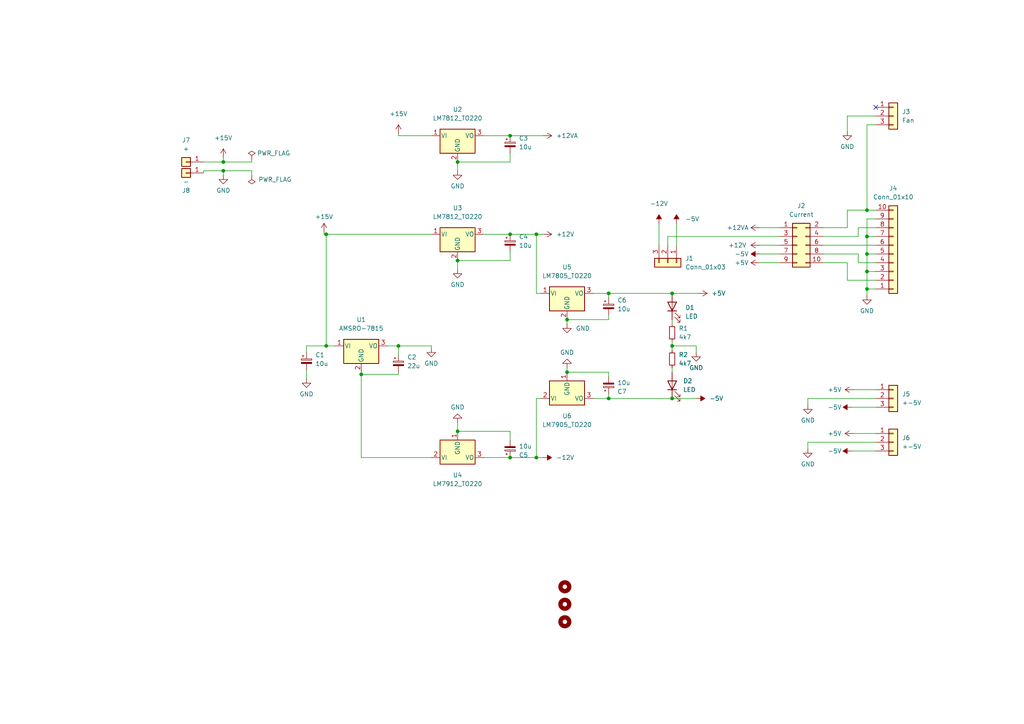
<source format=kicad_sch>
(kicad_sch (version 20230121) (generator eeschema)
  (paper "A4")
  (title_block (title "EL-Load-Simple-Power v${VERSION}"))
  (lib_symbols
    (symbol "Connector_Generic:Conn_01x01" (pin_names (offset 1.016) hide)
      (property "Reference" "J" (at 0 2.54 0))
      (property "Value" "Conn_01x01" (at 0 -2.54 0))
      (symbol "Conn_01x01_1_1"
        (rectangle (start -1.27 0.127) (end 0 -0.127) (stroke (width 0.1524)))
        (rectangle (start -1.27 1.27) (end 1.27 -1.27) (stroke (width 0.254)) (fill (type background)))
        (pin passive line (at -5.08 0 0) (length 3.81) (name "Pin_1") (number "1"))
      )
    )
    (symbol "Connector_Generic:Conn_01x03" (pin_names (offset 1.016) hide)
      (property "Reference" "J" (at 0 5.08 0))
      (property "Value" "Conn_01x03" (at 0 -5.08 0))
      (symbol "Conn_01x03_1_1"
        (rectangle (start -1.27 -2.413) (end 0 -2.667) (stroke (width 0.1524)))
        (rectangle (start -1.27 0.127) (end 0 -0.127) (stroke (width 0.1524)))
        (rectangle (start -1.27 2.667) (end 0 2.413) (stroke (width 0.1524)))
        (rectangle (start -1.27 3.81) (end 1.27 -3.81) (stroke (width 0.254)) (fill (type background)))
        (pin passive line (at -5.08 2.54 0) (length 3.81) (name "Pin_1") (number "1"))
        (pin passive line (at -5.08 0 0) (length 3.81) (name "Pin_2") (number "2"))
        (pin passive line (at -5.08 -2.54 0) (length 3.81) (name "Pin_3") (number "3"))
      )
    )
    (symbol "Connector_Generic:Conn_01x10" (pin_names (offset 1.016) hide)
      (property "Reference" "J" (at 0 12.7 0))
      (property "Value" "Conn_01x10" (at 0 -15.24 0))
      (symbol "Conn_01x10_1_1"
        (rectangle (start -1.27 -12.573) (end 0 -12.827) (stroke (width 0.1524)))
        (rectangle (start -1.27 -10.033) (end 0 -10.287) (stroke (width 0.1524)))
        (rectangle (start -1.27 -7.493) (end 0 -7.747) (stroke (width 0.1524)))
        (rectangle (start -1.27 -4.953) (end 0 -5.207) (stroke (width 0.1524)))
        (rectangle (start -1.27 -2.413) (end 0 -2.667) (stroke (width 0.1524)))
        (rectangle (start -1.27 0.127) (end 0 -0.127) (stroke (width 0.1524)))
        (rectangle (start -1.27 2.667) (end 0 2.413) (stroke (width 0.1524)))
        (rectangle (start -1.27 5.207) (end 0 4.953) (stroke (width 0.1524)))
        (rectangle (start -1.27 7.747) (end 0 7.493) (stroke (width 0.1524)))
        (rectangle (start -1.27 10.287) (end 0 10.033) (stroke (width 0.1524)))
        (rectangle (start -1.27 11.43) (end 1.27 -13.97) (stroke (width 0.254)) (fill (type background)))
        (pin passive line (at -5.08 10.16 0) (length 3.81) (name "Pin_1") (number "1"))
        (pin passive line (at -5.08 -12.7 0) (length 3.81) (name "Pin_10") (number "10"))
        (pin passive line (at -5.08 7.62 0) (length 3.81) (name "Pin_2") (number "2"))
        (pin passive line (at -5.08 5.08 0) (length 3.81) (name "Pin_3") (number "3"))
        (pin passive line (at -5.08 2.54 0) (length 3.81) (name "Pin_4") (number "4"))
        (pin passive line (at -5.08 0 0) (length 3.81) (name "Pin_5") (number "5"))
        (pin passive line (at -5.08 -2.54 0) (length 3.81) (name "Pin_6") (number "6"))
        (pin passive line (at -5.08 -5.08 0) (length 3.81) (name "Pin_7") (number "7"))
        (pin passive line (at -5.08 -7.62 0) (length 3.81) (name "Pin_8") (number "8"))
        (pin passive line (at -5.08 -10.16 0) (length 3.81) (name "Pin_9") (number "9"))
      )
    )
    (symbol "Connector_Generic:Conn_02x05_Odd_Even" (pin_names (offset 1.016) hide)
      (property "Reference" "J" (at 1.27 7.62 0))
      (property "Value" "Conn_02x05_Odd_Even" (at 1.27 -7.62 0))
      (symbol "Conn_02x05_Odd_Even_1_1"
        (rectangle (start -1.27 -4.953) (end 0 -5.207) (stroke (width 0.1524)))
        (rectangle (start -1.27 -2.413) (end 0 -2.667) (stroke (width 0.1524)))
        (rectangle (start -1.27 0.127) (end 0 -0.127) (stroke (width 0.1524)))
        (rectangle (start -1.27 2.667) (end 0 2.413) (stroke (width 0.1524)))
        (rectangle (start -1.27 5.207) (end 0 4.953) (stroke (width 0.1524)))
        (rectangle (start -1.27 6.35) (end 3.81 -6.35) (stroke (width 0.254)) (fill (type background)))
        (rectangle (start 3.81 -4.953) (end 2.54 -5.207) (stroke (width 0.1524)))
        (rectangle (start 3.81 -2.413) (end 2.54 -2.667) (stroke (width 0.1524)))
        (rectangle (start 3.81 0.127) (end 2.54 -0.127) (stroke (width 0.1524)))
        (rectangle (start 3.81 2.667) (end 2.54 2.413) (stroke (width 0.1524)))
        (rectangle (start 3.81 5.207) (end 2.54 4.953) (stroke (width 0.1524)))
        (pin passive line (at -5.08 5.08 0) (length 3.81) (name "Pin_1") (number "1"))
        (pin passive line (at 7.62 -5.08 180) (length 3.81) (name "Pin_10") (number "10"))
        (pin passive line (at 7.62 5.08 180) (length 3.81) (name "Pin_2") (number "2"))
        (pin passive line (at -5.08 2.54 0) (length 3.81) (name "Pin_3") (number "3"))
        (pin passive line (at 7.62 2.54 180) (length 3.81) (name "Pin_4") (number "4"))
        (pin passive line (at -5.08 0 0) (length 3.81) (name "Pin_5") (number "5"))
        (pin passive line (at 7.62 0 180) (length 3.81) (name "Pin_6") (number "6"))
        (pin passive line (at -5.08 -2.54 0) (length 3.81) (name "Pin_7") (number "7"))
        (pin passive line (at 7.62 -2.54 180) (length 3.81) (name "Pin_8") (number "8"))
        (pin passive line (at -5.08 -5.08 0) (length 3.81) (name "Pin_9") (number "9"))
      )
    )
    (symbol "Device:C_Polarized_Small" (pin_numbers hide) (pin_names (offset 0.254) hide)
      (property "Reference" "C" (at 0.254 1.778 0))
      (property "Value" "C_Polarized_Small" (at 0.254 -2.032 0))
      (symbol "C_Polarized_Small_0_1"
        (rectangle (start -1.524 -0.3048) (end 1.524 -0.6858) (fill (type outline)))
        (rectangle (start -1.524 0.6858) (end 1.524 0.3048))
        (polyline (pts (xy -1.27 1.524) (xy -0.762 1.524)))
        (polyline (pts (xy -1.016 1.27) (xy -1.016 1.778)))
      )
      (symbol "C_Polarized_Small_1_1"
        (pin passive line (at 0 2.54 270) (length 1.8542) (name "~") (number "1"))
        (pin passive line (at 0 -2.54 90) (length 1.8542) (name "~") (number "2"))
      )
    )
    (symbol "Device:LED" (pin_numbers hide) (pin_names (offset 1.016) hide)
      (property "Reference" "D" (at 0 2.54 0))
      (property "Value" "LED" (at 0 -2.54 0))
      (symbol "LED_0_1"
        (polyline (pts (xy -1.27 -1.27) (xy -1.27 1.27)) (stroke (width 0.254)))
        (polyline (pts (xy -1.27 0) (xy 1.27 0)))
        (polyline (pts (xy 1.27 -1.27) (xy 1.27 1.27) (xy -1.27 0) (xy 1.27 -1.27)) (stroke (width 0.254)))
        (polyline (pts (xy -3.048 -0.762) (xy -4.572 -2.286) (xy -3.81 -2.286) (xy -4.572 -2.286) (xy -4.572 -1.524)))
        (polyline (pts (xy -1.778 -0.762) (xy -3.302 -2.286) (xy -2.54 -2.286) (xy -3.302 -2.286) (xy -3.302 -1.524)))
      )
      (symbol "LED_1_1"
        (pin passive line (at -3.81 0 0) (length 2.54) (name "K") (number "1"))
        (pin passive line (at 3.81 0 180) (length 2.54) (name "A") (number "2"))
      )
    )
    (symbol "Device:R_Small" (pin_numbers hide) (pin_names (offset 0.254) hide)
      (property "Reference" "R" (at 0.762 0.508 0))
      (property "Value" "R_Small" (at 0.762 -1.016 0))
      (symbol "R_Small_0_1"
        (rectangle (start -0.762 1.778) (end 0.762 -1.778) (stroke (width 0.2032)))
      )
      (symbol "R_Small_1_1"
        (pin passive line (at 0 2.54 270) (length 0.762) (name "~") (number "1"))
        (pin passive line (at 0 -2.54 90) (length 0.762) (name "~") (number "2"))
      )
    )
    (symbol "Mechanical:MountingHole" (pin_names (offset 1.016))
      (property "Reference" "H" (at 0 5.08 0))
      (property "Value" "MountingHole" (at 0 3.175 0))
      (symbol "MountingHole_0_1"
        (circle (center 0 0) (radius 1.27) (stroke (width 1.27)))
      )
    )
    (symbol "Regulator_Linear:LM7805_TO220" (pin_names (offset 0.254))
      (property "Reference" "U" (at -3.81 3.175 0))
      (property "Value" "LM7805_TO220" (at 0 3.175 0))
      (symbol "LM7805_TO220_0_1"
        (rectangle (start -5.08 1.905) (end 5.08 -5.08) (stroke (width 0.254)) (fill (type background)))
      )
      (symbol "LM7805_TO220_1_1"
        (pin power_in line (at -7.62 0 0) (length 2.54) (name "VI") (number "1"))
        (pin power_in line (at 0 -7.62 90) (length 2.54) (name "GND") (number "2"))
        (pin power_out line (at 7.62 0 180) (length 2.54) (name "VO") (number "3"))
      )
    )
    (symbol "Regulator_Linear:LM7812_TO220" (pin_names (offset 0.254))
      (property "Reference" "U" (at -3.81 3.175 0))
      (property "Value" "LM7812_TO220" (at 0 3.175 0))
      (symbol "LM7812_TO220_0_1"
        (rectangle (start -5.08 1.905) (end 5.08 -5.08) (stroke (width 0.254)) (fill (type background)))
      )
      (symbol "LM7812_TO220_1_1"
        (pin power_in line (at -7.62 0 0) (length 2.54) (name "VI") (number "1"))
        (pin power_in line (at 0 -7.62 90) (length 2.54) (name "GND") (number "2"))
        (pin power_out line (at 7.62 0 180) (length 2.54) (name "VO") (number "3"))
      )
    )
    (symbol "Regulator_Linear:LM7905_TO220" (pin_names (offset 0.254))
      (property "Reference" "U" (at -3.81 -3.175 0))
      (property "Value" "LM7905_TO220" (at 0 -3.175 0))
      (symbol "LM7905_TO220_0_1"
        (rectangle (start -5.08 5.08) (end 5.08 -1.905) (stroke (width 0.254)) (fill (type background)))
      )
      (symbol "LM7905_TO220_1_1"
        (pin power_in line (at 0 7.62 270) (length 2.54) (name "GND") (number "1"))
        (pin power_in line (at -7.62 0 0) (length 2.54) (name "VI") (number "2"))
        (pin power_out line (at 7.62 0 180) (length 2.54) (name "VO") (number "3"))
      )
    )
    (symbol "Regulator_Linear:LM7912_TO220" (pin_names (offset 0.254))
      (property "Reference" "U" (at -3.81 -3.175 0))
      (property "Value" "LM7912_TO220" (at 0 -3.175 0))
      (symbol "LM7912_TO220_0_1"
        (rectangle (start -5.08 5.08) (end 5.08 -1.905) (stroke (width 0.254)) (fill (type background)))
      )
      (symbol "LM7912_TO220_1_1"
        (pin power_in line (at 0 7.62 270) (length 2.54) (name "GND") (number "1"))
        (pin power_in line (at -7.62 0 0) (length 2.54) (name "VI") (number "2"))
        (pin power_out line (at 7.62 0 180) (length 2.54) (name "VO") (number "3"))
      )
    )
    (symbol "power:+12V" (power) (pin_names (offset 0))
      (property "Value" "+12V" (at 0 3.556 0))
      (symbol "+12V_0_1"
        (polyline (pts (xy -0.762 1.27) (xy 0 2.54)))
        (polyline (pts (xy 0 0) (xy 0 2.54)))
        (polyline (pts (xy 0 2.54) (xy 0.762 1.27)))
      )
      (symbol "+12V_1_1"
        (pin power_in line (at 0 0 90) (length 0) hide (name "+12V") (number "1"))
      )
    )
    (symbol "power:+12VA" (power) (pin_names (offset 0))
      (property "Value" "+12VA" (at 0 3.556 0))
      (symbol "+12VA_0_1"
        (polyline (pts (xy -0.762 1.27) (xy 0 2.54)))
        (polyline (pts (xy 0 0) (xy 0 2.54)))
        (polyline (pts (xy 0 2.54) (xy 0.762 1.27)))
      )
      (symbol "+12VA_1_1"
        (pin power_in line (at 0 0 90) (length 0) hide (name "+12VA") (number "1"))
      )
    )
    (symbol "power:+15V" (power) (pin_names (offset 0))
      (property "Value" "+15V" (at 0 3.556 0))
      (symbol "+15V_0_1"
        (polyline (pts (xy -0.762 1.27) (xy 0 2.54)))
        (polyline (pts (xy 0 0) (xy 0 2.54)))
        (polyline (pts (xy 0 2.54) (xy 0.762 1.27)))
      )
      (symbol "+15V_1_1"
        (pin power_in line (at 0 0 90) (length 0) hide (name "+15V") (number "1"))
      )
    )
    (symbol "power:+5V" (power) (pin_names (offset 0))
      (property "Value" "+5V" (at 0 3.556 0))
      (symbol "+5V_0_1"
        (polyline (pts (xy -0.762 1.27) (xy 0 2.54)))
        (polyline (pts (xy 0 0) (xy 0 2.54)))
        (polyline (pts (xy 0 2.54) (xy 0.762 1.27)))
      )
      (symbol "+5V_1_1"
        (pin power_in line (at 0 0 90) (length 0) hide (name "+5V") (number "1"))
      )
    )
    (symbol "power:-12V" (power) (pin_names (offset 0))
      (property "Value" "-12V" (at 0 3.81 0))
      (symbol "-12V_0_0"
        (pin power_in line (at 0 0 90) (length 0) hide (name "-12V") (number "1"))
      )
      (symbol "-12V_0_1"
        (polyline (pts (xy 0 0) (xy 0 1.27) (xy 0.762 1.27) (xy 0 2.54) (xy -0.762 1.27) (xy 0 1.27)) (fill (type outline)))
      )
    )
    (symbol "power:-5V" (power) (pin_names (offset 0))
      (property "Value" "-5V" (at 0 3.81 0))
      (symbol "-5V_0_0"
        (pin power_in line (at 0 0 90) (length 0) hide (name "-5V") (number "1"))
      )
      (symbol "-5V_0_1"
        (polyline (pts (xy 0 0) (xy 0 1.27) (xy 0.762 1.27) (xy 0 2.54) (xy -0.762 1.27) (xy 0 1.27)) (fill (type outline)))
      )
    )
    (symbol "power:GND" (power) (pin_names (offset 0))
      (property "Value" "GND" (at 0 -3.81 0))
      (symbol "GND_0_1"
        (polyline (pts (xy 0 0) (xy 0 -1.27) (xy 1.27 -1.27) (xy 0 -2.54) (xy -1.27 -1.27) (xy 0 -1.27)))
      )
      (symbol "GND_1_1"
        (pin power_in line (at 0 0 270) (length 0) hide (name "GND") (number "1"))
      )
    )
    (symbol "power:PWR_FLAG" (power) (pin_numbers hide) (pin_names (offset 0) hide)
      (property "Value" "PWR_FLAG" (at 0 3.81 0))
      (symbol "PWR_FLAG_0_0"
        (pin power_out line (at 0 0 90) (length 0) (name "pwr") (number "1"))
      )
      (symbol "PWR_FLAG_0_1"
        (polyline (pts (xy 0 0) (xy 0 1.27) (xy -1.016 1.905) (xy 0 2.54) (xy 1.016 1.905) (xy 0 1.27)))
      )
    )
  )
  (junction (at 194.945 100.33))
  (junction (at 64.77 49.53))
  (junction (at 251.46 73.66))
  (junction (at 155.575 67.945))
  (junction (at 164.465 92.71))
  (junction (at 155.575 132.715))
  (junction (at 132.715 125.095))
  (junction (at 132.715 75.565))
  (junction (at 94.615 100.33))
  (junction (at 147.955 67.945))
  (junction (at 194.945 85.09))
  (junction (at 94.615 67.945))
  (junction (at 164.465 107.95))
  (junction (at 251.46 60.96))
  (junction (at 147.955 132.715))
  (junction (at 132.715 46.99))
  (junction (at 176.53 115.57))
  (junction (at 176.53 85.09))
  (junction (at 104.775 108.585))
  (junction (at 115.57 100.33))
  (junction (at 251.46 68.58))
  (junction (at 251.46 78.74))
  (junction (at 194.945 115.57))
  (junction (at 147.955 39.37))
  (junction (at 251.46 83.82))
  (junction (at 64.77 46.99))
  (no_connect (at 254 31.115))
  (wire (pts (xy 64.77 46.99) (xy 64.77 45.72)))
  (wire (pts (xy 254 66.04) (xy 248.92 66.04)))
  (wire (pts (xy 254 60.96) (xy 251.46 60.96)))
  (wire (pts (xy 132.715 75.565) (xy 147.955 75.565)))
  (wire (pts (xy 155.575 67.945) (xy 157.48 67.945)))
  (wire (pts (xy 194.945 92.71) (xy 194.945 93.98)))
  (wire (pts (xy 59.055 49.53) (xy 59.055 50.165)))
  (wire (pts (xy 64.77 49.53) (xy 64.77 50.8)))
  (wire (pts (xy 140.335 132.715) (xy 147.955 132.715)))
  (wire (pts (xy 93.98 67.945) (xy 94.615 67.945)))
  (wire (pts (xy 201.93 100.33) (xy 194.945 100.33)))
  (wire (pts (xy 94.615 100.33) (xy 97.155 100.33)))
  (wire (pts (xy 251.46 83.82) (xy 251.46 85.725)))
  (wire (pts (xy 147.955 125.095) (xy 147.955 127.635)))
  (wire (pts (xy 156.845 115.57) (xy 155.575 115.57)))
  (wire (pts (xy 201.93 102.235) (xy 201.93 100.33)))
  (wire (pts (xy 147.955 75.565) (xy 147.955 73.025)))
  (wire (pts (xy 220.345 66.04) (xy 226.06 66.04)))
  (wire (pts (xy 251.46 63.5) (xy 251.46 68.58)))
  (wire (pts (xy 248.92 66.04) (xy 248.92 68.58)))
  (wire (pts (xy 194.945 107.95) (xy 194.945 106.68)))
  (wire (pts (xy 238.76 73.66) (xy 248.92 73.66)))
  (wire (pts (xy 147.955 132.715) (xy 155.575 132.715)))
  (wire (pts (xy 254 81.28) (xy 245.745 81.28)))
  (wire (pts (xy 176.53 85.09) (xy 176.53 86.36)))
  (wire (pts (xy 196.215 64.77) (xy 196.215 71.12)))
  (wire (pts (xy 155.575 132.715) (xy 157.48 132.715)))
  (wire (pts (xy 104.775 132.715) (xy 125.095 132.715)))
  (wire (pts (xy 147.955 39.37) (xy 157.48 39.37)))
  (wire (pts (xy 132.715 125.095) (xy 132.715 122.555)))
  (wire (pts (xy 238.76 71.12) (xy 254 71.12)))
  (wire (pts (xy 247.015 130.81) (xy 254 130.81)))
  (wire (pts (xy 193.675 68.58) (xy 226.06 68.58)))
  (wire (pts (xy 247.65 125.73) (xy 254 125.73)))
  (wire (pts (xy 59.055 46.99) (xy 64.77 46.99)))
  (wire (pts (xy 147.955 67.945) (xy 155.575 67.945)))
  (wire (pts (xy 132.715 125.095) (xy 147.955 125.095)))
  (wire (pts (xy 245.745 76.2) (xy 238.76 76.2)))
  (wire (pts (xy 132.715 75.565) (xy 132.715 78.105)))
  (wire (pts (xy 164.465 107.95) (xy 176.53 107.95)))
  (wire (pts (xy 220.345 73.66) (xy 226.06 73.66)))
  (wire (pts (xy 248.92 68.58) (xy 238.76 68.58)))
  (wire (pts (xy 251.46 83.82) (xy 254 83.82)))
  (wire (pts (xy 172.085 115.57) (xy 176.53 115.57)))
  (wire (pts (xy 94.615 100.33) (xy 88.9 100.33)))
  (wire (pts (xy 247.015 118.11) (xy 254 118.11)))
  (wire (pts (xy 59.055 49.53) (xy 64.77 49.53)))
  (wire (pts (xy 194.945 85.09) (xy 202.565 85.09)))
  (wire (pts (xy 254 128.27) (xy 234.315 128.27)))
  (wire (pts (xy 155.575 132.715) (xy 155.575 115.57)))
  (wire (pts (xy 254 36.195) (xy 251.46 36.195)))
  (wire (pts (xy 73.025 46.99) (xy 64.77 46.99)))
  (wire (pts (xy 164.465 107.95) (xy 164.465 106.68)))
  (wire (pts (xy 132.715 46.99) (xy 132.715 49.53)))
  (wire (pts (xy 248.92 73.66) (xy 248.92 76.2)))
  (wire (pts (xy 251.46 36.195) (xy 251.46 60.96)))
  (wire (pts (xy 115.57 39.37) (xy 115.57 38.735)))
  (wire (pts (xy 73.025 50.8) (xy 73.025 49.53)))
  (wire (pts (xy 140.335 67.945) (xy 147.955 67.945)))
  (wire (pts (xy 104.775 108.585) (xy 115.57 108.585)))
  (wire (pts (xy 247.65 113.03) (xy 254 113.03)))
  (wire (pts (xy 194.945 115.57) (xy 201.93 115.57)))
  (wire (pts (xy 251.46 73.66) (xy 254 73.66)))
  (wire (pts (xy 245.745 60.96) (xy 245.745 66.04)))
  (wire (pts (xy 147.955 46.99) (xy 147.955 44.45)))
  (wire (pts (xy 234.315 128.27) (xy 234.315 130.175)))
  (wire (pts (xy 73.025 49.53) (xy 64.77 49.53)))
  (wire (pts (xy 140.335 39.37) (xy 147.955 39.37)))
  (wire (pts (xy 172.085 85.09) (xy 176.53 85.09)))
  (wire (pts (xy 115.57 108.585) (xy 115.57 107.95)))
  (wire (pts (xy 245.745 81.28) (xy 245.745 76.2)))
  (wire (pts (xy 251.46 60.96) (xy 245.745 60.96)))
  (wire (pts (xy 194.945 99.06) (xy 194.945 100.33)))
  (wire (pts (xy 245.745 66.04) (xy 238.76 66.04)))
  (wire (pts (xy 251.46 78.74) (xy 251.46 83.82)))
  (wire (pts (xy 176.53 107.95) (xy 176.53 109.22)))
  (wire (pts (xy 94.615 67.945) (xy 125.095 67.945)))
  (wire (pts (xy 115.57 100.33) (xy 115.57 102.87)))
  (wire (pts (xy 254 63.5) (xy 251.46 63.5)))
  (wire (pts (xy 104.775 132.715) (xy 104.775 108.585)))
  (wire (pts (xy 254 115.57) (xy 234.315 115.57)))
  (wire (pts (xy 220.345 76.2) (xy 226.06 76.2)))
  (wire (pts (xy 245.745 33.655) (xy 245.745 38.1)))
  (wire (pts (xy 155.575 67.945) (xy 155.575 85.09)))
  (wire (pts (xy 191.135 64.77) (xy 191.135 71.12)))
  (wire (pts (xy 176.53 92.71) (xy 176.53 91.44)))
  (wire (pts (xy 176.53 115.57) (xy 176.53 114.3)))
  (wire (pts (xy 156.845 85.09) (xy 155.575 85.09)))
  (wire (pts (xy 73.025 46.355) (xy 73.025 46.99)))
  (wire (pts (xy 132.715 46.99) (xy 147.955 46.99)))
  (wire (pts (xy 164.465 92.71) (xy 164.465 93.98)))
  (wire (pts (xy 251.46 78.74) (xy 254 78.74)))
  (wire (pts (xy 93.98 67.31) (xy 93.98 67.945)))
  (wire (pts (xy 251.46 68.58) (xy 251.46 73.66)))
  (wire (pts (xy 94.615 67.945) (xy 94.615 100.33)))
  (wire (pts (xy 220.345 71.12) (xy 226.06 71.12)))
  (wire (pts (xy 164.465 92.71) (xy 176.53 92.71)))
  (wire (pts (xy 193.675 68.58) (xy 193.675 71.12)))
  (wire (pts (xy 112.395 100.33) (xy 115.57 100.33)))
  (wire (pts (xy 104.775 107.95) (xy 104.775 108.585)))
  (wire (pts (xy 234.315 115.57) (xy 234.315 117.475)))
  (wire (pts (xy 248.92 76.2) (xy 254 76.2)))
  (wire (pts (xy 176.53 115.57) (xy 194.945 115.57)))
  (wire (pts (xy 251.46 68.58) (xy 254 68.58)))
  (wire (pts (xy 251.46 73.66) (xy 251.46 78.74)))
  (wire (pts (xy 88.9 107.315) (xy 88.9 109.855)))
  (wire (pts (xy 88.9 100.33) (xy 88.9 102.235)))
  (wire (pts (xy 125.095 39.37) (xy 115.57 39.37)))
  (wire (pts (xy 194.945 100.33) (xy 194.945 101.6)))
  (wire (pts (xy 254 33.655) (xy 245.745 33.655)))
  (wire (pts (xy 125.095 100.965) (xy 125.095 100.33)))
  (wire (pts (xy 176.53 85.09) (xy 194.945 85.09)))
  (wire (pts (xy 125.095 100.33) (xy 115.57 100.33)))
  (symbol (lib_id "power:GND") (at 125.095 100.965 0) (unit 1)
    (property "Reference" "#PWR02" (effects hide))
    (property "Value" "GND" (at 125.095 105.41 0))
  )
  (symbol (lib_id "power:+12V") (at 220.345 71.12 90) (unit 1)
    (property "Reference" "#PWR017" (effects hide))
    (property "Value" "+12V" (at 216.535 71.1199 90) (effects (justify left)))
  )
  (symbol (lib_id "Regulator_Linear:LM7912_TO220") (at 132.715 132.715 0) (unit 1)
    (property "Reference" "U4" (at 132.715 137.795 0))
    (property "Value" "LM7912_TO220" (at 132.715 140.335 0))
    (property "Footprint" "Package_TO_SOT_THT:TO-220-3_Vertical" (effects hide))
    (property "Datasheet" "hhttps://www.onsemi.com/pub/Collateral/MC7900-D.PDF" (effects hide))
  )
  (symbol (lib_id "Regulator_Linear:LM7805_TO220") (at 164.465 85.09 0) (unit 1)
    (property "Reference" "U5" (at 164.465 77.47 0))
    (property "Value" "LM7805_TO220" (at 164.465 80.01 0))
    (property "Footprint" "Package_TO_SOT_THT:TO-220-3_Vertical" (effects hide))
    (property "Datasheet" "https://www.onsemi.cn/PowerSolutions/document/MC7800-D.PDF" (effects hide))
  )
  (symbol (lib_id "power:-5V") (at 196.215 64.77 0) (unit 1)
    (property "Reference" "#PWR012" (effects hide))
    (property "Value" "-5V" (at 198.755 63.4999 0) (effects (justify left)))
  )
  (symbol (lib_id "power:GND") (at 164.465 106.68 0) (mirror x) (unit 1)
    (property "Reference" "#PWR010" (effects hide))
    (property "Value" "GND" (at 164.465 102.235 0))
  )
  (symbol (lib_id "Connector_Generic:Conn_01x01") (at 53.975 46.99 180) (unit 1)
    (property "Reference" "J7" (at 53.975 40.64 0))
    (property "Value" "+" (at 53.975 43.18 0))
    (property "Footprint" "MountingHole:MountingHole_4.3mm_M4_Pad_Via" (effects hide))
  )
  (symbol (lib_id "power:+15V") (at 93.98 67.31 0) (unit 1)
    (property "Reference" "#PWR01" (effects hide))
    (property "Value" "+15V" (at 93.98 62.865 0))
  )
  (symbol (lib_id "Regulator_Linear:LM7812_TO220") (at 132.715 67.945 0) (unit 1)
    (property "Reference" "U3" (at 132.715 60.325 0))
    (property "Value" "LM7812_TO220" (at 132.715 62.865 0))
    (property "Footprint" "Package_TO_SOT_THT:TO-220-3_Vertical" (effects hide))
    (property "Datasheet" "https://www.onsemi.cn/PowerSolutions/document/MC7800-D.PDF" (effects hide))
  )
  (symbol (lib_id "power:-5V") (at 220.345 73.66 90) (unit 1)
    (property "Reference" "#PWR018" (effects hide))
    (property "Value" "-5V" (at 217.17 73.6599 90) (effects (justify left)))
  )
  (symbol (lib_id "power:GND") (at 132.715 78.105 0) (unit 1)
    (property "Reference" "#PWR05" (effects hide))
    (property "Value" "GND" (at 132.715 82.55 0))
  )
  (symbol (lib_id "Connector_Generic:Conn_02x05_Odd_Even") (at 231.14 71.12 0) (unit 1)
    (property "Reference" "J2" (at 232.41 59.69 0))
    (property "Value" "Current" (at 232.41 62.23 0))
    (property "Footprint" "Connector_PinHeader_2.54mm:PinHeader_2x05_P2.54mm_Vertical" (effects hide))
  )
  (symbol (lib_id "Connector_Generic:Conn_01x01") (at 53.975 50.165 180) (unit 1)
    (property "Reference" "J8" (at 53.975 55.245 0))
    (property "Value" "-" (at 53.975 52.705 0))
    (property "Footprint" "MountingHole:MountingHole_4.3mm_M4_Pad_Via" (effects hide))
  )
  (symbol (lib_id "Device:LED") (at 194.945 88.9 90) (unit 1)
    (property "Reference" "D1" (at 198.755 89.2174 90) (effects (justify right)))
    (property "Value" "LED" (at 198.755 91.7574 90) (effects (justify right)))
    (property "Footprint" "LED_SMD:LED_0805_2012Metric_Pad1.15x1.40mm_HandSolder" (effects hide))
  )
  (symbol (lib_id "power:GND") (at 245.745 38.1 0) (unit 1)
    (property "Reference" "#PWR022" (effects hide))
    (property "Value" "GND" (at 245.745 42.545 0))
  )
  (symbol (lib_id "power:GND") (at 88.9 109.855 0) (unit 1)
    (property "Reference" "#PWR0103" (effects hide))
    (property "Value" "GND" (at 88.9 114.3 0))
  )
  (symbol (lib_id "Regulator_Linear:LM7905_TO220") (at 164.465 115.57 0) (unit 1)
    (property "Reference" "U6" (at 164.465 120.65 0))
    (property "Value" "LM7905_TO220" (at 164.465 123.19 0))
    (property "Footprint" "Package_TO_SOT_THT:TO-220-3_Vertical" (effects hide))
    (property "Datasheet" "https://www.onsemi.com/pub/Collateral/MC7900-D.PDF" (effects hide))
  )
  (symbol (lib_id "power:-12V") (at 157.48 132.715 270) (unit 1)
    (property "Reference" "#PWR0102" (effects hide))
    (property "Value" "-12V" (at 161.29 132.7149 90) (effects (justify left)))
  )
  (symbol (lib_id "power:-5V") (at 247.015 130.81 90) (unit 1)
    (property "Reference" "#PWR024" (effects hide))
    (property "Value" "-5V" (at 240.03 130.81 90) (effects (justify right)))
  )
  (symbol (lib_id "Regulator_Linear:LM7812_TO220") (at 132.715 39.37 0) (unit 1)
    (property "Reference" "U2" (at 132.715 31.75 0))
    (property "Value" "LM7812_TO220" (at 132.715 34.29 0))
    (property "Footprint" "Package_TO_SOT_THT:TO-220-3_Vertical" (effects hide))
    (property "Datasheet" "https://www.onsemi.cn/PowerSolutions/document/MC7800-D.PDF" (effects hide))
  )
  (symbol (lib_id "Connector_Generic:Conn_01x10") (at 259.08 73.66 0) (mirror x) (unit 1)
    (property "Reference" "J4" (at 259.08 54.61 0))
    (property "Value" "Conn_01x10" (at 259.08 57.15 0))
    (property "Footprint" "Connector_PinSocket_2.54mm:PinSocket_1x10_P2.54mm_Horizontal" (effects hide))
  )
  (symbol (lib_id "Regulator_Linear:LM7812_TO220") (at 104.775 100.33 0) (unit 1)
    (property "Reference" "U1" (at 104.775 92.71 0))
    (property "Value" "AMSRO-7815" (at 104.775 95.25 0))
    (property "Footprint" "Connector_PinHeader_2.54mm:PinHeader_1x03_P2.54mm_Vertical" (effects hide))
    (property "Datasheet" "https://www.onsemi.cn/PowerSolutions/document/MC7800-D.PDF" (effects hide))
  )
  (symbol (lib_id "power:-12V") (at 191.135 64.77 0) (unit 1)
    (property "Reference" "#PWR011" (effects hide))
    (property "Value" "-12V" (at 191.135 59.055 0))
  )
  (symbol (lib_id "Connector_Generic:Conn_01x03") (at 193.675 76.2 270) (unit 1)
    (property "Reference" "J1" (at 198.755 74.9299 90) (effects (justify left)))
    (property "Value" "Conn_01x03" (at 198.755 77.4699 90) (effects (justify left)))
    (property "Footprint" "Connector_PinHeader_2.54mm:PinHeader_1x03_P2.54mm_Vertical" (effects hide))
  )
  (symbol (lib_id "power:+15V") (at 115.57 38.735 0) (unit 1)
    (property "Reference" "#PWR03" (effects hide))
    (property "Value" "+15V" (at 115.57 33.02 0))
  )
  (symbol (lib_id "Device:C_Polarized_Small") (at 176.53 111.76 0) (mirror x) (unit 1)
    (property "Reference" "C7" (at 179.07 113.5762 0) (effects (justify left)))
    (property "Value" "10u" (at 179.07 111.0362 0) (effects (justify left)))
    (property "Footprint" "Capacitor_THT:CP_Radial_D5.0mm_P2.00mm" (effects hide))
  )
  (symbol (lib_id "power:GND") (at 234.315 130.175 0) (unit 1)
    (property "Reference" "#PWR021" (effects hide))
    (property "Value" "GND" (at 234.315 134.62 0))
  )
  (symbol (lib_id "power:GND") (at 64.77 50.8 0) (unit 1)
    (property "Reference" "#PWR029" (effects hide))
    (property "Value" "GND" (at 64.77 55.245 0))
  )
  (symbol (lib_id "power:+12VA") (at 157.48 39.37 270) (unit 1)
    (property "Reference" "#PWR07" (effects hide))
    (property "Value" "+12VA" (at 161.29 39.3699 90) (effects (justify left)))
  )
  (symbol (lib_id "Device:R_Small") (at 194.945 104.14 180) (unit 1)
    (property "Reference" "R2" (at 196.85 102.8699 0) (effects (justify right)))
    (property "Value" "4k7" (at 196.85 105.4099 0) (effects (justify right)))
    (property "Footprint" "Resistor_SMD:R_0805_2012Metric_Pad1.20x1.40mm_HandSolder" (effects hide))
  )
  (symbol (lib_id "Device:C_Polarized_Small") (at 88.9 104.775 0) (unit 1)
    (property "Reference" "C1" (at 91.44 102.9588 0) (effects (justify left)))
    (property "Value" "10u" (at 91.44 105.4988 0) (effects (justify left)))
    (property "Footprint" "Capacitor_THT:CP_Radial_D5.0mm_P2.00mm" (effects hide))
  )
  (symbol (lib_id "power:+5V") (at 247.65 113.03 90) (unit 1)
    (property "Reference" "#PWR025" (effects hide))
    (property "Value" "+5V" (at 240.03 113.03 90) (effects (justify right)))
  )
  (symbol (lib_id "power:GND") (at 251.46 85.725 0) (unit 1)
    (property "Reference" "#PWR027" (effects hide))
    (property "Value" "GND" (at 251.46 90.17 0))
  )
  (symbol (lib_id "power:+5V") (at 220.345 76.2 90) (unit 1)
    (property "Reference" "#PWR019" (effects hide))
    (property "Value" "+5V" (at 217.17 76.1999 90) (effects (justify left)))
  )
  (symbol (lib_id "Mechanical:MountingHole") (at 163.83 170.18 0) (unit 1)
    (property "Reference" "H1" (effects hide))
    (property "Value" "MountingHole" (effects hide))
    (property "Footprint" "MountingHole:MountingHole_3.2mm_M3_DIN965_Pad" (effects hide))
  )
  (symbol (lib_id "power:PWR_FLAG") (at 73.025 50.8 180) (unit 1)
    (property "Reference" "#FLG02" (effects hide))
    (property "Value" "PWR_FLAG" (at 74.93 52.0699 0) (effects (justify right)))
  )
  (symbol (lib_id "Mechanical:MountingHole") (at 163.83 175.26 0) (unit 1)
    (property "Reference" "H2" (effects hide))
    (property "Value" "MountingHole" (effects hide))
    (property "Footprint" "MountingHole:MountingHole_3.2mm_M3_DIN965_Pad" (effects hide))
  )
  (symbol (lib_id "power:GND") (at 132.715 122.555 0) (mirror x) (unit 1)
    (property "Reference" "#PWR06" (effects hide))
    (property "Value" "GND" (at 132.715 118.11 0))
  )
  (symbol (lib_id "Device:C_Polarized_Small") (at 147.955 41.91 0) (unit 1)
    (property "Reference" "C3" (at 150.495 40.0938 0) (effects (justify left)))
    (property "Value" "10u" (at 150.495 42.6338 0) (effects (justify left)))
    (property "Footprint" "Capacitor_THT:CP_Radial_D5.0mm_P2.00mm" (effects hide))
  )
  (symbol (lib_id "Mechanical:MountingHole") (at 163.83 180.34 0) (unit 1)
    (property "Reference" "H3" (effects hide))
    (property "Value" "MountingHole" (effects hide))
    (property "Footprint" "MountingHole:MountingHole_3.2mm_M3_DIN965_Pad" (effects hide))
  )
  (symbol (lib_id "power:GND") (at 164.465 93.98 0) (mirror y) (unit 1)
    (property "Reference" "#PWR0101" (effects hide))
    (property "Value" "GND" (at 167.005 95.2499 0) (effects (justify right)))
  )
  (symbol (lib_id "Device:C_Polarized_Small") (at 147.955 70.485 0) (unit 1)
    (property "Reference" "C4" (at 150.495 68.6688 0) (effects (justify left)))
    (property "Value" "10u" (at 150.495 71.2088 0) (effects (justify left)))
    (property "Footprint" "Capacitor_THT:CP_Radial_D5.0mm_P2.00mm" (effects hide))
  )
  (symbol (lib_id "Connector_Generic:Conn_01x03") (at 259.08 115.57 0) (unit 1)
    (property "Reference" "J5" (at 261.62 114.2999 0) (effects (justify left)))
    (property "Value" "+-5V" (at 261.62 116.8399 0) (effects (justify left)))
    (property "Footprint" "Connector_JST:JST_XH_B3B-XH-A_1x03_P2.50mm_Vertical" (effects hide))
  )
  (symbol (lib_id "power:+12V") (at 157.48 67.945 270) (unit 1)
    (property "Reference" "#PWR08" (effects hide))
    (property "Value" "+12V" (at 161.29 67.9449 90) (effects (justify left)))
  )
  (symbol (lib_id "Device:C_Polarized_Small") (at 147.955 130.175 0) (mirror x) (unit 1)
    (property "Reference" "C5" (at 150.495 131.9912 0) (effects (justify left)))
    (property "Value" "10u" (at 150.495 129.4512 0) (effects (justify left)))
    (property "Footprint" "Capacitor_THT:CP_Radial_D5.0mm_P2.00mm" (effects hide))
  )
  (symbol (lib_id "power:+15V") (at 64.77 45.72 0) (unit 1)
    (property "Reference" "#PWR028" (effects hide))
    (property "Value" "+15V" (at 64.77 40.005 0))
  )
  (symbol (lib_id "power:GND") (at 234.315 117.475 0) (unit 1)
    (property "Reference" "#PWR020" (effects hide))
    (property "Value" "GND" (at 234.315 121.92 0))
  )
  (symbol (lib_id "Connector_Generic:Conn_01x03") (at 259.08 128.27 0) (unit 1)
    (property "Reference" "J6" (at 261.62 126.9999 0) (effects (justify left)))
    (property "Value" "+-5V" (at 261.62 129.5399 0) (effects (justify left)))
    (property "Footprint" "Connector_JST:JST_XH_B3B-XH-A_1x03_P2.50mm_Vertical" (effects hide))
  )
  (symbol (lib_id "Device:C_Polarized_Small") (at 176.53 88.9 0) (unit 1)
    (property "Reference" "C6" (at 179.07 87.0838 0) (effects (justify left)))
    (property "Value" "10u" (at 179.07 89.6238 0) (effects (justify left)))
    (property "Footprint" "Capacitor_THT:CP_Radial_D5.0mm_P2.00mm" (effects hide))
  )
  (symbol (lib_id "Device:C_Polarized_Small") (at 115.57 105.41 0) (unit 1)
    (property "Reference" "C2" (at 118.11 103.5938 0) (effects (justify left)))
    (property "Value" "22u" (at 118.11 106.1338 0) (effects (justify left)))
    (property "Footprint" "Capacitor_THT:CP_Radial_D5.0mm_P2.00mm" (effects hide))
  )
  (symbol (lib_id "power:GND") (at 201.93 102.235 0) (unit 1)
    (property "Reference" "#PWR013" (effects hide))
    (property "Value" "GND" (at 201.93 106.68 0))
  )
  (symbol (lib_id "Connector_Generic:Conn_01x03") (at 259.08 33.655 0) (unit 1)
    (property "Reference" "J3" (at 261.62 32.3849 0) (effects (justify left)))
    (property "Value" "Fan" (at 261.62 34.9249 0) (effects (justify left)))
    (property "Footprint" "Connector_JST:JST_XH_B3B-XH-A_1x03_P2.50mm_Vertical" (effects hide))
  )
  (symbol (lib_id "power:GND") (at 132.715 49.53 0) (unit 1)
    (property "Reference" "#PWR04" (effects hide))
    (property "Value" "GND" (at 132.715 53.975 0))
  )
  (symbol (lib_id "power:-5V") (at 201.93 115.57 270) (unit 1)
    (property "Reference" "#PWR014" (effects hide))
    (property "Value" "-5V" (at 205.74 115.5699 90) (effects (justify left)))
  )
  (symbol (lib_id "power:+5V") (at 202.565 85.09 270) (unit 1)
    (property "Reference" "#PWR015" (effects hide))
    (property "Value" "+5V" (at 206.375 85.0899 90) (effects (justify left)))
  )
  (symbol (lib_id "power:-5V") (at 247.015 118.11 90) (unit 1)
    (property "Reference" "#PWR023" (effects hide))
    (property "Value" "-5V" (at 240.03 118.11 90) (effects (justify right)))
  )
  (symbol (lib_id "power:+12VA") (at 220.345 66.04 90) (unit 1)
    (property "Reference" "#PWR016" (effects hide))
    (property "Value" "+12VA" (at 217.17 66.0399 90) (effects (justify left)))
  )
  (symbol (lib_id "power:+5V") (at 247.65 125.73 90) (unit 1)
    (property "Reference" "#PWR026" (effects hide))
    (property "Value" "+5V" (at 240.03 125.73 90) (effects (justify right)))
  )
  (symbol (lib_id "power:PWR_FLAG") (at 73.025 46.355 0) (unit 1)
    (property "Reference" "#FLG01" (effects hide))
    (property "Value" "PWR_FLAG" (at 79.375 44.45 0))
  )
  (symbol (lib_id "Device:LED") (at 194.945 111.76 90) (unit 1)
    (property "Reference" "D2" (at 198.12 110.49 90) (effects (justify right)))
    (property "Value" "LED" (at 198.12 113.03 90) (effects (justify right)))
    (property "Footprint" "LED_SMD:LED_0805_2012Metric_Pad1.15x1.40mm_HandSolder" (effects hide))
  )
  (symbol (lib_id "Device:R_Small") (at 194.945 96.52 0) (unit 1)
    (property "Reference" "R1" (at 196.85 95.2499 0) (effects (justify left)))
    (property "Value" "4k7" (at 196.85 97.7899 0) (effects (justify left)))
    (property "Footprint" "Resistor_SMD:R_0805_2012Metric_Pad1.20x1.40mm_HandSolder" (effects hide))
  )
)
</source>
